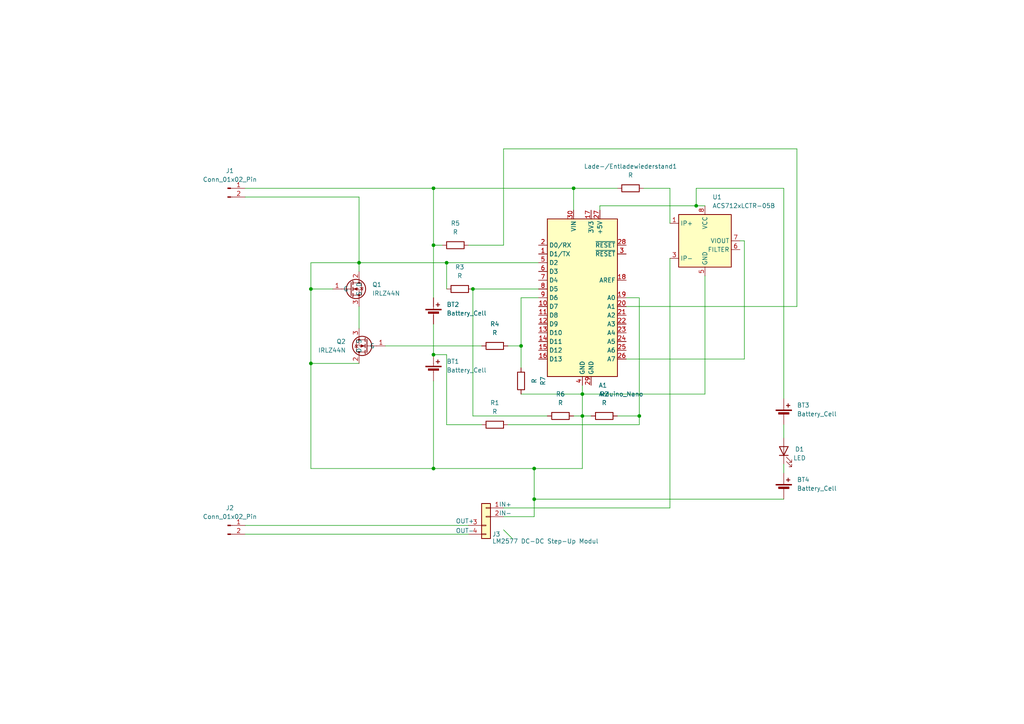
<source format=kicad_sch>
(kicad_sch (version 20250114) (generator "eeschema") (generator_version "9.0")
  (paper "A4")
  (title_block (title "Schaltplan Powerbank") (date "2026-01-15") (company "AkkuCraft"))
  (lib_symbols
    (symbol "Connector:Conn_01x02_Pin" (pin_names (offset 1.016) (hide yes))
      (property "Reference" "J" (at 0 2.54 0))
      (property "Value" "Conn_01x02_Pin" (at 0 -5.08 0))
      (symbol "Conn_01x02_Pin_1_1"
        (rectangle (start 0.8636 0.127) (end 0 -0.127) (stroke (width 0.1524)) (fill (type outline)))
        (rectangle (start 0.8636 -2.413) (end 0 -2.667) (stroke (width 0.1524)) (fill (type outline)))
        (polyline (pts (xy 1.27 0) (xy 0.8636 0)) (stroke (width 0.1524)))
        (polyline (pts (xy 1.27 -2.54) (xy 0.8636 -2.54)) (stroke (width 0.1524)))
        (pin passive line (at 5.08 0 180) (length 3.81) (name "Pin_1") (number "1"))
        (pin passive line (at 5.08 -2.54 180) (length 3.81) (name "Pin_2") (number "2"))
      )
    )
    (symbol "Connector_Generic:Conn_01x04" (pin_names (offset 1.016) (hide yes))
      (property "Reference" "J3" (at 1.778 -5.08 0))
      (property "Value" "LM2577 DC-DC Step-Up Modul" (at 1.778 -7.112 0))
      (symbol "Conn_01x04_1_1"
        (rectangle (start -1.27 3.81) (end 1.27 -6.35) (stroke (width 0.254)) (fill (type background)))
        (rectangle (start -1.27 -2.413) (end 0 -2.667) (stroke (width 0.1524)))
        (rectangle (start -1.27 -4.953) (end 0 -5.207) (stroke (width 0.1524)))
        (rectangle (start 0 2.667) (end 1.27 2.413) (stroke (width 0.1524)))
        (rectangle (start 0 0.127) (end 1.27 -0.127) (stroke (width 0.1524)))
        (text "\nOUT+" (at -6.096 -0.254 0) (effects (font (size 1.27 1.27))))
        (text "\nOUT-" (at -6.096 -3.048 0) (effects (font (size 1.27 1.27))))
        (text "IN+\n" (at 5.588 3.556 0) (effects (font (size 1.27 1.27))))
        (text "IN-" (at 5.588 1.016 0) (effects (font (size 1.27 1.27))))
        (pin passive line (at -5.08 -2.54 0) (length 3.81) (name "OUT+") (number "3"))
        (pin passive line (at -5.08 -5.08 0) (length 3.81) (name "Pin_4") (number "4"))
        (pin passive line (at 5.08 2.54 180) (length 3.81) (name "IN+") (number "1"))
        (pin passive line (at 5.08 0 180) (length 3.81) (name "IN-") (number "2"))
      )
    )
    (symbol "Device:Battery_Cell" (pin_numbers (hide yes)) (pin_names (offset 0) (hide yes))
      (property "Reference" "BT" (at 2.54 2.54 0))
      (property "Value" "Battery_Cell" (at 2.54 0 0))
      (symbol "Battery_Cell_0_1"
        (rectangle (start -2.286 1.778) (end 2.286 1.524) (fill (type outline)))
        (rectangle (start -1.524 1.016) (end 1.524 0.508) (fill (type outline)))
        (polyline (pts (xy 0 1.778) (xy 0 2.54)))
        (polyline (pts (xy 0 0.762) (xy 0 0)))
        (polyline (pts (xy 0.762 3.048) (xy 1.778 3.048)) (stroke (width 0.254)))
        (polyline (pts (xy 1.27 3.556) (xy 1.27 2.54)) (stroke (width 0.254)))
      )
      (symbol "Battery_Cell_1_1"
        (pin passive line (at 0 5.08 270) (length 2.54) (name "+") (number "1"))
        (pin passive line (at 0 -2.54 90) (length 2.54) (name "-") (number "2"))
      )
    )
    (symbol "Device:LED" (pin_numbers (hide yes)) (pin_names (offset 1.016) (hide yes))
      (property "Reference" "D" (at 0 2.54 0))
      (property "Value" "LED" (at 0 -2.54 0))
      (symbol "LED_0_1"
        (polyline (pts (xy -3.048 -0.762) (xy -4.572 -2.286) (xy -3.81 -2.286) (xy -4.572 -2.286) (xy -4.572 -1.524)))
        (polyline (pts (xy -1.778 -0.762) (xy -3.302 -2.286) (xy -2.54 -2.286) (xy -3.302 -2.286) (xy -3.302 -1.524)))
        (polyline (pts (xy -1.27 0) (xy 1.27 0)))
        (polyline (pts (xy -1.27 -1.27) (xy -1.27 1.27)) (stroke (width 0.254)))
        (polyline (pts (xy 1.27 -1.27) (xy 1.27 1.27) (xy -1.27 0) (xy 1.27 -1.27)) (stroke (width 0.254)))
      )
      (symbol "LED_1_1"
        (pin passive line (at -3.81 0 0) (length 2.54) (name "K") (number "1"))
        (pin passive line (at 3.81 0 180) (length 2.54) (name "A") (number "2"))
      )
    )
    (symbol "Device:R" (pin_numbers (hide yes)) (pin_names (offset 0))
      (property "Reference" "R" (at 2.032 0 90))
      (property "Value" "R" (at 0 0 90))
      (symbol "R_0_1"
        (rectangle (start -1.016 -2.54) (end 1.016 2.54) (stroke (width 0.254)))
      )
      (symbol "R_1_1"
        (pin passive line (at 0 3.81 270) (length 1.27) (name "~") (number "1"))
        (pin passive line (at 0 -3.81 90) (length 1.27) (name "~") (number "2"))
      )
    )
    (symbol "IRLZ44N_1"
      (property "Reference" "Q" (at 5.08 1.905 0))
      (property "Value" "IRLZ44N" (at 5.08 0 0))
      (symbol "IRLZ44N_1_0_1"
        (polyline (pts (xy 0.254 1.905) (xy 0.254 -1.905)) (stroke (width 0.254)))
        (polyline (pts (xy 0.254 0) (xy -2.54 0)))
        (polyline (pts (xy 0.762 2.286) (xy 0.762 1.27)) (stroke (width 0.254)))
        (polyline (pts (xy 0.762 0.508) (xy 0.762 -0.508)) (stroke (width 0.254)))
        (polyline (pts (xy 0.762 -1.27) (xy 0.762 -2.286)) (stroke (width 0.254)))
        (polyline (pts (xy 0.762 -1.778) (xy 3.302 -1.778) (xy 3.302 1.778) (xy 0.762 1.778)))
        (polyline (pts (xy 1.016 0) (xy 2.032 0.381) (xy 2.032 -0.381) (xy 1.016 0)) (fill (type outline)))
        (circle (center 1.651 0) (radius 2.794) (stroke (width 0.254)))
        (polyline (pts (xy 2.54 2.54) (xy 2.54 1.778)))
        (circle (center 2.54 1.778) (radius 0.254) (fill (type outline)))
        (circle (center 2.54 -1.778) (radius 0.254) (fill (type outline)))
        (polyline (pts (xy 2.54 -2.54) (xy 2.54 0) (xy 0.762 0)))
        (polyline (pts (xy 2.794 0.508) (xy 2.921 0.381) (xy 3.683 0.381) (xy 3.81 0.254)))
        (polyline (pts (xy 3.302 0.381) (xy 2.921 -0.254) (xy 3.683 -0.254) (xy 3.302 0.381)))
      )
      (symbol "IRLZ44N_1_1_1"
        (pin input line (at -5.08 0 0) (length 2.54) (name "G") (number "1"))
        (pin passive line (at 2.54 5.08 270) (length 2.54) (name "D") (number "2"))
        (pin passive line (at 2.54 -5.08 90) (length 2.54) (name "S") (number "3"))
      )
    )
    (symbol "MCU_Module:Arduino_Nano_v3.x"
      (property "Reference" "A" (at -10.16 23.495 0))
      (property "Value" "Arduino_Nano_v3.x" (at 5.08 -24.13 0))
      (symbol "Arduino_Nano_v3.x_0_1"
        (rectangle (start -10.16 22.86) (end 10.16 -22.86) (stroke (width 0.254)) (fill (type background)))
      )
      (symbol "Arduino_Nano_v3.x_1_1"
        (pin bidirectional line (at -12.7 15.24 0) (length 2.54) (name "D0/RX") (number "2"))
        (pin bidirectional line (at -12.7 12.7 0) (length 2.54) (name "D1/TX") (number "1"))
        (pin bidirectional line (at -12.7 10.16 0) (length 2.54) (name "D2") (number "5"))
        (pin bidirectional line (at -12.7 7.62 0) (length 2.54) (name "D3") (number "6"))
        (pin bidirectional line (at -12.7 5.08 0) (length 2.54) (name "D4") (number "7"))
        (pin bidirectional line (at -12.7 2.54 0) (length 2.54) (name "D5") (number "8"))
        (pin bidirectional line (at -12.7 0 0) (length 2.54) (name "D6") (number "9"))
        (pin bidirectional line (at -12.7 -2.54 0) (length 2.54) (name "D7") (number "10"))
        (pin bidirectional line (at -12.7 -5.08 0) (length 2.54) (name "D8") (number "11"))
        (pin bidirectional line (at -12.7 -7.62 0) (length 2.54) (name "D9") (number "12"))
        (pin bidirectional line (at -12.7 -10.16 0) (length 2.54) (name "D10") (number "13"))
        (pin bidirectional line (at -12.7 -12.7 0) (length 2.54) (name "D11") (number "14"))
        (pin bidirectional line (at -12.7 -15.24 0) (length 2.54) (name "D12") (number "15"))
        (pin bidirectional line (at -12.7 -17.78 0) (length 2.54) (name "D13") (number "16"))
        (pin power_in line (at -2.54 25.4 270) (length 2.54) (name "VIN") (number "30"))
        (pin power_in line (at 0 -25.4 90) (length 2.54) (name "GND") (number "4"))
        (pin power_out line (at 2.54 25.4 270) (length 2.54) (name "3V3") (number "17"))
        (pin power_in line (at 2.54 -25.4 90) (length 2.54) (name "GND") (number "29"))
        (pin power_out line (at 5.08 25.4 270) (length 2.54) (name "+5V") (number "27"))
        (pin input line (at 12.7 15.24 180) (length 2.54) (name "~{RESET}") (number "28"))
        (pin input line (at 12.7 12.7 180) (length 2.54) (name "~{RESET}") (number "3"))
        (pin input line (at 12.7 5.08 180) (length 2.54) (name "AREF") (number "18"))
        (pin bidirectional line (at 12.7 0 180) (length 2.54) (name "A0") (number "19"))
        (pin bidirectional line (at 12.7 -2.54 180) (length 2.54) (name "A1") (number "20"))
        (pin bidirectional line (at 12.7 -5.08 180) (length 2.54) (name "A2") (number "21"))
        (pin bidirectional line (at 12.7 -7.62 180) (length 2.54) (name "A3") (number "22"))
        (pin bidirectional line (at 12.7 -10.16 180) (length 2.54) (name "A4") (number "23"))
        (pin bidirectional line (at 12.7 -12.7 180) (length 2.54) (name "A5") (number "24"))
        (pin bidirectional line (at 12.7 -15.24 180) (length 2.54) (name "A6") (number "25"))
        (pin bidirectional line (at 12.7 -17.78 180) (length 2.54) (name "A7") (number "26"))
      )
    )
    (symbol "Sensor_Current:ACS712xLCTR-05B"
      (property "Reference" "U" (at 2.54 11.43 0))
      (property "Value" "ACS712xLCTR-05B" (at 2.54 8.89 0))
      (symbol "ACS712xLCTR-05B_0_1"
        (rectangle (start -7.62 7.62) (end 7.62 -7.62) (stroke (width 0.254)) (fill (type background)))
      )
      (symbol "ACS712xLCTR-05B_1_1"
        (pin passive line (at -10.16 5.08 0) (length 2.54) (name "IP+") (number "1"))
        (pin passive line (at -10.16 5.08 0) (length 2.54) (hide yes) (name "IP+") (number "2"))
        (pin passive line (at -10.16 -5.08 0) (length 2.54) (name "IP-") (number "3"))
        (pin passive line (at -10.16 -5.08 0) (length 2.54) (hide yes) (name "IP-") (number "4"))
        (pin power_in line (at 0 10.16 270) (length 2.54) (name "VCC") (number "8"))
        (pin power_in line (at 0 -10.16 90) (length 2.54) (name "GND") (number "5"))
        (pin output line (at 10.16 0 180) (length 2.54) (name "VIOUT") (number "7"))
        (pin passive line (at 10.16 -2.54 180) (length 2.54) (name "FILTER") (number "6"))
      )
    )
    (symbol "Transistor_FET:IRLZ44N"
      (property "Reference" "Q" (at 5.08 1.905 0))
      (property "Value" "IRLZ44N" (at 5.08 0 0))
      (symbol "IRLZ44N_0_1"
        (polyline (pts (xy 0.254 1.905) (xy 0.254 -1.905)) (stroke (width 0.254)))
        (polyline (pts (xy 0.254 0) (xy -2.54 0)))
        (polyline (pts (xy 0.762 2.286) (xy 0.762 1.27)) (stroke (width 0.254)))
        (polyline (pts (xy 0.762 0.508) (xy 0.762 -0.508)) (stroke (width 0.254)))
        (polyline (pts (xy 0.762 -1.27) (xy 0.762 -2.286)) (stroke (width 0.254)))
        (polyline (pts (xy 0.762 -1.778) (xy 3.302 -1.778) (xy 3.302 1.778) (xy 0.762 1.778)))
        (polyline (pts (xy 1.016 0) (xy 2.032 0.381) (xy 2.032 -0.381) (xy 1.016 0)) (fill (type outline)))
        (circle (center 1.651 0) (radius 2.794) (stroke (width 0.254)))
        (polyline (pts (xy 2.54 2.54) (xy 2.54 1.778)))
        (circle (center 2.54 1.778) (radius 0.254) (fill (type outline)))
        (circle (center 2.54 -1.778) (radius 0.254) (fill (type outline)))
        (polyline (pts (xy 2.54 -2.54) (xy 2.54 0) (xy 0.762 0)))
        (polyline (pts (xy 2.794 0.508) (xy 2.921 0.381) (xy 3.683 0.381) (xy 3.81 0.254)))
        (polyline (pts (xy 3.302 0.381) (xy 2.921 -0.254) (xy 3.683 -0.254) (xy 3.302 0.381)))
      )
      (symbol "IRLZ44N_1_1"
        (pin input line (at -5.08 0 0) (length 2.54) (name "G") (number "1"))
        (pin passive line (at 2.54 5.08 270) (length 2.54) (name "D") (number "2"))
        (pin passive line (at 2.54 -5.08 90) (length 2.54) (name "S") (number "3"))
      )
    )
  )
  (junction (at 125.73 102.87))
  (junction (at 168.91 120.65))
  (junction (at 90.17 105.41))
  (junction (at 137.16 83.82))
  (junction (at 129.54 76.2))
  (junction (at 185.42 120.65))
  (junction (at 154.94 135.89))
  (junction (at 168.91 114.3))
  (junction (at 90.17 83.82))
  (junction (at 125.73 71.12))
  (junction (at 151.13 100.33))
  (junction (at 104.14 76.2))
  (junction (at 201.93 59.69))
  (junction (at 125.73 54.61))
  (junction (at 166.37 54.61))
  (junction (at 154.94 144.78))
  (junction (at 125.73 135.89))
  (bus_entry (at 146.05 153.67) (size 2.54 2.54))
  (wire (pts (xy 181.61 86.36) (xy 185.42 86.36)))
  (wire (pts (xy 151.13 86.36) (xy 156.21 86.36)))
  (wire (pts (xy 104.14 105.41) (xy 90.17 105.41)))
  (wire (pts (xy 154.94 135.89) (xy 168.91 135.89)))
  (wire (pts (xy 181.61 88.9) (xy 231.14 88.9)))
  (wire (pts (xy 231.14 43.18) (xy 146.05 43.18)))
  (wire (pts (xy 90.17 135.89) (xy 125.73 135.89)))
  (wire (pts (xy 104.14 76.2) (xy 104.14 57.15)))
  (wire (pts (xy 194.31 54.61) (xy 194.31 64.77)))
  (wire (pts (xy 168.91 114.3) (xy 168.91 111.76)))
  (wire (pts (xy 146.05 43.18) (xy 146.05 71.12)))
  (wire (pts (xy 194.31 74.93) (xy 194.31 147.32)))
  (wire (pts (xy 171.45 120.65) (xy 168.91 120.65)))
  (wire (pts (xy 151.13 100.33) (xy 151.13 106.68)))
  (wire (pts (xy 151.13 114.3) (xy 168.91 114.3)))
  (wire (pts (xy 125.73 54.61) (xy 166.37 54.61)))
  (wire (pts (xy 185.42 123.19) (xy 147.32 123.19)))
  (wire (pts (xy 231.14 88.9) (xy 231.14 43.18)))
  (wire (pts (xy 147.32 100.33) (xy 151.13 100.33)))
  (wire (pts (xy 204.47 114.3) (xy 168.91 114.3)))
  (wire (pts (xy 227.33 134.62) (xy 227.33 137.16)))
  (wire (pts (xy 168.91 120.65) (xy 168.91 114.3)))
  (wire (pts (xy 137.16 120.65) (xy 137.16 83.82)))
  (wire (pts (xy 185.42 120.65) (xy 179.07 120.65)))
  (wire (pts (xy 128.27 71.12) (xy 125.73 71.12)))
  (wire (pts (xy 139.7 123.19) (xy 129.54 123.19)))
  (wire (pts (xy 201.93 59.69) (xy 173.99 59.69)))
  (wire (pts (xy 71.12 54.61) (xy 125.73 54.61)))
  (wire (pts (xy 214.63 69.85) (xy 215.9 69.85)))
  (wire (pts (xy 186.69 54.61) (xy 194.31 54.61)))
  (wire (pts (xy 104.14 78.74) (xy 104.14 76.2)))
  (wire (pts (xy 71.12 152.4) (xy 135.89 152.4)))
  (wire (pts (xy 151.13 86.36) (xy 151.13 100.33)))
  (wire (pts (xy 125.73 110.49) (xy 125.73 135.89)))
  (wire (pts (xy 166.37 54.61) (xy 166.37 60.96)))
  (wire (pts (xy 154.94 144.78) (xy 154.94 149.86)))
  (wire (pts (xy 129.54 76.2) (xy 156.21 76.2)))
  (wire (pts (xy 125.73 135.89) (xy 154.94 135.89)))
  (wire (pts (xy 104.14 76.2) (xy 129.54 76.2)))
  (wire (pts (xy 125.73 102.87) (xy 125.73 93.98)))
  (wire (pts (xy 90.17 105.41) (xy 90.17 135.89)))
  (wire (pts (xy 71.12 57.15) (xy 104.14 57.15)))
  (wire (pts (xy 90.17 76.2) (xy 90.17 83.82)))
  (wire (pts (xy 125.73 71.12) (xy 125.73 86.36)))
  (wire (pts (xy 185.42 86.36) (xy 185.42 120.65)))
  (wire (pts (xy 154.94 144.78) (xy 227.33 144.78)))
  (wire (pts (xy 129.54 123.19) (xy 129.54 102.87)))
  (wire (pts (xy 185.42 120.65) (xy 185.42 123.19)))
  (wire (pts (xy 168.91 135.89) (xy 168.91 120.65)))
  (wire (pts (xy 104.14 95.25) (xy 104.14 88.9)))
  (wire (pts (xy 204.47 80.01) (xy 204.47 114.3)))
  (wire (pts (xy 146.05 147.32) (xy 194.31 147.32)))
  (wire (pts (xy 137.16 83.82) (xy 156.21 83.82)))
  (wire (pts (xy 146.05 71.12) (xy 135.89 71.12)))
  (wire (pts (xy 201.93 59.69) (xy 201.93 54.61)))
  (wire (pts (xy 227.33 123.19) (xy 227.33 127)))
  (wire (pts (xy 111.76 100.33) (xy 139.7 100.33)))
  (wire (pts (xy 96.52 83.82) (xy 90.17 83.82)))
  (wire (pts (xy 129.54 76.2) (xy 129.54 83.82)))
  (wire (pts (xy 125.73 54.61) (xy 125.73 71.12)))
  (wire (pts (xy 129.54 102.87) (xy 125.73 102.87)))
  (wire (pts (xy 154.94 135.89) (xy 154.94 144.78)))
  (wire (pts (xy 90.17 83.82) (xy 90.17 105.41)))
  (wire (pts (xy 104.14 76.2) (xy 90.17 76.2)))
  (wire (pts (xy 166.37 54.61) (xy 179.07 54.61)))
  (wire (pts (xy 201.93 54.61) (xy 227.33 54.61)))
  (wire (pts (xy 146.05 149.86) (xy 154.94 149.86)))
  (wire (pts (xy 166.37 120.65) (xy 168.91 120.65)))
  (wire (pts (xy 215.9 69.85) (xy 215.9 104.14)))
  (wire (pts (xy 71.12 154.94) (xy 135.89 154.94)))
  (wire (pts (xy 158.75 120.65) (xy 137.16 120.65)))
  (wire (pts (xy 204.47 59.69) (xy 201.93 59.69)))
  (wire (pts (xy 173.99 59.69) (xy 173.99 60.96)))
  (wire (pts (xy 227.33 54.61) (xy 227.33 115.57)))
  (wire (pts (xy 215.9 104.14) (xy 181.61 104.14)))
  (symbol (lib_id "Device:R") (at 143.51 123.19 90) (unit 1)
    (property "Reference" "R1" (at 143.51 116.84 90))
    (property "Value" "R" (at 143.51 119.38 90))
    (property "Description" "Resistor" (effects (hide yes)))
  )
  (symbol (lib_id "Device:Battery_Cell") (at 125.73 107.95 0) (unit 1)
    (property "Reference" "BT1" (at 129.54 104.8384 0) (effects (justify left)))
    (property "Value" "Battery_Cell" (at 129.54 107.3784 0) (effects (justify left)))
    (property "Description" "Single-cell battery" (effects (hide yes)))
    (property "Sim.Device" "V" (effects (hide yes)))
    (property "Sim.Type" "DC" (effects (hide yes)))
    (property "Sim.Pins" "1=+ 2=-" (effects (hide yes)))
  )
  (symbol (lib_id "Device:R") (at 182.88 54.61 90) (unit 1)
    (property "Reference" "Lade-/Entladewiederstand1" (at 182.88 48.26 90))
    (property "Value" "R" (at 182.88 50.8 90))
    (property "Description" "Resistor" (effects (hide yes)))
  )
  (symbol (lib_id "Device:Battery_Cell") (at 227.33 120.65 0) (unit 1)
    (property "Reference" "BT3" (at 231.14 117.5384 0) (effects (justify left)))
    (property "Value" "Battery_Cell" (at 231.14 120.0784 0) (effects (justify left)))
    (property "Description" "Single-cell battery" (effects (hide yes)))
    (property "Sim.Device" "V" (effects (hide yes)))
    (property "Sim.Type" "DC" (effects (hide yes)))
    (property "Sim.Pins" "1=+ 2=-" (effects (hide yes)))
  )
  (symbol (lib_id "Connector_Generic:Conn_01x04") (at 140.97 149.86 0) (unit 1)
    (property "Reference" "J3" (at 142.748 154.94 0) (effects (justify left)))
    (property "Value" "LM2577 DC-DC Step-Up Modul" (at 142.748 156.972 0) (effects (justify left)))
    (property "Description" "Generic connector, single row, 01x04, script generated (kicad-library-utils/schlib/autogen/connector/)" (effects (hide yes)))
  )
  (symbol (lib_id "Device:Battery_Cell") (at 227.33 142.24 0) (unit 1)
    (property "Reference" "BT4" (at 231.14 139.1284 0) (effects (justify left)))
    (property "Value" "Battery_Cell" (at 231.14 141.6684 0) (effects (justify left)))
    (property "Description" "Single-cell battery" (effects (hide yes)))
    (property "Sim.Device" "V" (effects (hide yes)))
    (property "Sim.Type" "DC" (effects (hide yes)))
    (property "Sim.Pins" "1=+ 2=-" (effects (hide yes)))
  )
  (symbol (lib_id "Device:R") (at 133.35 83.82 90) (unit 1)
    (property "Reference" "R3" (at 133.35 77.47 90))
    (property "Value" "R" (at 133.35 80.01 90))
    (property "Description" "Resistor" (effects (hide yes)))
  )
  (symbol (lib_id "Connector:Conn_01x02_Pin") (at 66.04 54.61 0) (unit 1)
    (property "Reference" "J1" (at 66.675 49.53 0))
    (property "Value" "Conn_01x02_Pin" (at 66.675 52.07 0))
    (property "Description" "Generic connector, single row, 01x02, script generated" (effects (hide yes)))
  )
  (symbol (lib_id "Device:R") (at 162.56 120.65 90) (unit 1)
    (property "Reference" "R6" (at 162.56 114.3 90))
    (property "Value" "R" (at 162.56 116.84 90))
    (property "Description" "Resistor" (effects (hide yes)))
  )
  (symbol (lib_id "Device:R") (at 143.51 100.33 90) (unit 1)
    (property "Reference" "R4" (at 143.51 93.98 90))
    (property "Value" "R" (at 143.51 96.52 90))
    (property "Description" "Resistor" (effects (hide yes)))
  )
  (symbol (lib_id "Transistor_FET:IRLZ44N") (at 106.68 100.33 180) (unit 1)
    (property "Reference" "Q2" (at 100.33 99.0599 0) (effects (justify left)))
    (property "Value" "IRLZ44N" (at 100.33 101.5999 0) (effects (justify left)))
    (property "Footprint" "Package_TO_SOT_THT:TO-220-3_Vertical" (effects (hide yes)))
    (property "Datasheet" "http://www.irf.com/product-info/datasheets/data/irlz44n.pdf" (effects (hide yes)))
    (property "Description" "47A Id, 55V Vds, 22mOhm Rds Single N-Channel HEXFET Power MOSFET, TO-220AB" (effects (hide yes)))
  )
  (symbol (lib_id "Device:Battery_Cell") (at 125.73 91.44 0) (unit 1)
    (property "Reference" "BT2" (at 129.54 88.3284 0) (effects (justify left)))
    (property "Value" "Battery_Cell" (at 129.54 90.8684 0) (effects (justify left)))
    (property "Description" "Single-cell battery" (effects (hide yes)))
    (property "Sim.Device" "V" (effects (hide yes)))
    (property "Sim.Type" "DC" (effects (hide yes)))
    (property "Sim.Pins" "1=+ 2=-" (effects (hide yes)))
  )
  (symbol (lib_id "Device:R") (at 151.13 110.49 0) (unit 1)
    (property "Reference" "R7" (at 157.48 110.49 90))
    (property "Value" "R" (at 154.94 110.49 90))
    (property "Description" "Resistor" (effects (hide yes)))
  )
  (symbol (lib_id "Connector:Conn_01x02_Pin") (at 66.04 152.4 0) (unit 1)
    (property "Reference" "J2" (at 66.675 147.32 0))
    (property "Value" "Conn_01x02_Pin" (at 66.675 149.86 0))
    (property "Description" "Generic connector, single row, 01x02, script generated" (effects (hide yes)))
  )
  (symbol (lib_name "IRLZ44N_1") (lib_id "Transistor_FET:IRLZ44N") (at 101.6 83.82 0) (unit 1)
    (property "Reference" "Q1" (at 107.95 82.5499 0) (effects (justify left)))
    (property "Value" "IRLZ44N" (at 107.95 85.0899 0) (effects (justify left)))
    (property "Footprint" "Package_TO_SOT_THT:TO-220-3_Vertical" (effects (hide yes)))
    (property "Datasheet" "http://www.irf.com/product-info/datasheets/data/irlz44n.pdf" (effects (hide yes)))
    (property "Description" "47A Id, 55V Vds, 22mOhm Rds Single N-Channel HEXFET Power MOSFET, TO-220AB" (effects (hide yes)))
  )
  (symbol (lib_id "Sensor_Current:ACS712xLCTR-05B") (at 204.47 69.85 0) (unit 1)
    (property "Reference" "U1" (at 206.6133 57.15 0) (effects (justify left)))
    (property "Value" "ACS712xLCTR-05B" (at 206.6133 59.69 0) (effects (justify left)))
    (property "Footprint" "Package_SO:SOIC-8_3.9x4.9mm_P1.27mm" (effects (hide yes)))
    (property "Datasheet" "http://www.allegromicro.com/~/media/Files/Datasheets/ACS712-Datasheet.ashx?la=en" (effects (hide yes)))
    (property "Description" "±5A Bidirectional Hall-Effect Current Sensor, +5.0V supply, 185mV/A, SOIC-8" (effects (hide yes)))
  )
  (symbol (lib_id "Device:R") (at 132.08 71.12 90) (unit 1)
    (property "Reference" "R5" (at 132.08 64.77 90))
    (property "Value" "R" (at 132.08 67.31 90))
    (property "Description" "Resistor" (effects (hide yes)))
  )
  (symbol (lib_id "Device:R") (at 175.26 120.65 90) (unit 1)
    (property "Reference" "R2" (at 175.26 114.3 90))
    (property "Value" "R" (at 175.26 116.84 90))
    (property "Description" "Resistor" (effects (hide yes)))
  )
  (symbol (lib_id "Device:LED") (at 227.33 130.81 90) (unit 1)
    (property "Reference" "D1" (at 231.902 130.302 90))
    (property "Value" "LED" (at 231.902 132.842 90))
    (property "Description" "Light emitting diode" (effects (hide yes)))
    (property "Sim.Pins" "1=K 2=A" (effects (hide yes)))
  )
  (symbol (lib_id "MCU_Module:Arduino_Nano_v3.x") (at 168.91 86.36 0) (unit 1)
    (property "Reference" "A1" (at 173.5933 111.76 0) (effects (justify left)))
    (property "Value" "Arduino_Nano" (at 173.5933 114.3 0) (effects (justify left)))
    (property "Footprint" "Module:Arduino_Nano" (effects (hide yes)))
    (property "Datasheet" "http://www.mouser.com/pdfdocs/Gravitech_Arduino_Nano3_0.pdf" (effects (hide yes)))
    (property "Description" "Arduino Nano v3.x" (effects (hide yes)))
  )
)
</source>
